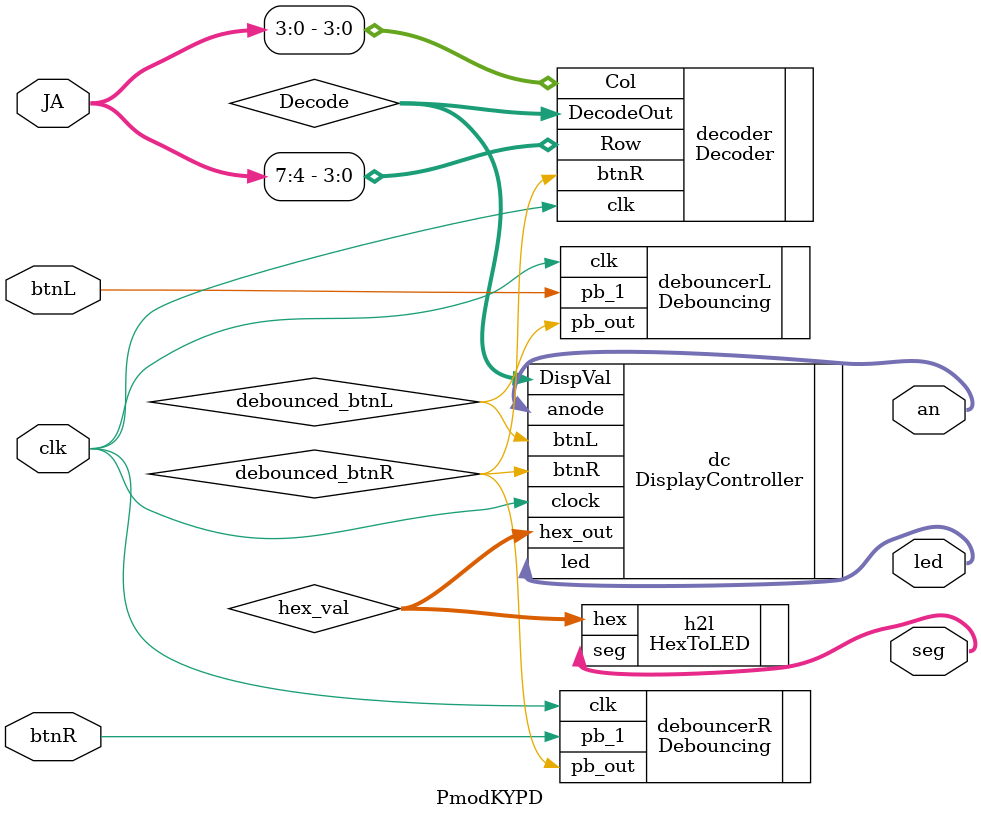
<source format=v>
`timescale 1ns / 1ps

module PmodKYPD(
    clk,
	btnR,
	btnL,
    JA,
    an,
    seg,
	led
    );
	 
	input btnR;
	input btnL;
	input clk;					// 100Mhz onboard clock
	inout [7:0] JA;			// Port JA on Nexys3, JA[3:0] is Columns, JA[10:7] is rows
	output [3:0] an;			// Anodes on seven segment display
	output [6:0] seg;			// Cathodes on seven segment display
	output [15:0] led;
	
	wire [3:0] an;
	wire [6:0] seg;
	wire [3:0] hex_val;
	wire [3:0] Decode;
	wire [15:0] led;

    wire debounced_btnR;
    wire debounced_btnL;

	Decoder decoder(
			.clk(clk),
			.Row(JA[7:4]),
			.Col(JA[3:0]),
			.DecodeOut(Decode),
			.btnR(debounced_btnR)
	);

    Debouncing debouncerR(
        .clk(clk),
        .pb_1(btnR),
        .pb_out(debounced_btnR)
    );
    
    Debouncing debouncerL(
        .clk(clk),
        .pb_1(btnL),
        .pb_out(debounced_btnL)
    );

	DisplayController dc(
			.btnR(debounced_btnR),
			.btnL(debounced_btnL),
			.DispVal(Decode),
			.clock(clk),
			.anode(an),
			.hex_out(hex_val),
			.led(led)
	);
	
	HexToLED h2l(
	       .hex(hex_val),
	       .seg(seg)
	);
	       

endmodule

</source>
